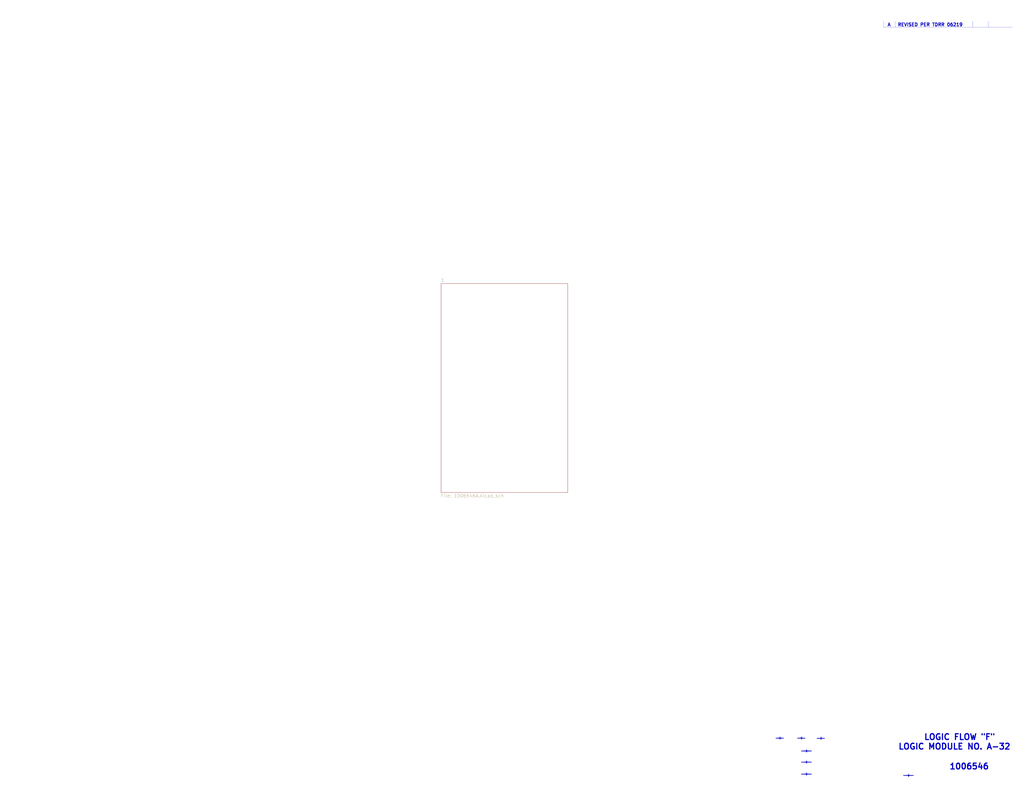
<source format=kicad_sch>
(kicad_sch (version 20211123) (generator eeschema)
  (paper "E")
  (lib_symbols)
  (polyline (pts (xy 964.311 29.718) (xy 1104.9 29.718)) (stroke (width 0) (type solid)))
  (polyline (pts (xy 964.311 23.114) (xy 964.311 29.718)) (stroke (width 0) (type solid)))
  (polyline (pts (xy 977.011 23.114) (xy 977.011 29.718)) (stroke (width 0) (type solid)))
  (polyline (pts (xy 1061.72 23.114) (xy 1061.72 29.718)) (stroke (width 0) (type solid)))
  (polyline (pts (xy 1078.611 23.114) (xy 1078.611 29.718)) (stroke (width 0) (type solid)))
  (text "+" (at 988.949 848.868 0) (effects (font (size 3.556 3.556) (thickness 0.7112) bold) (justify left bottom)))
  (text "___" (at 846.455 806.577 0) (effects (font (size 3.556 3.556) (thickness 0.7112) bold) (justify left bottom)))
  (text "____" (at 874.268 845.82 0) (effects (font (size 3.556 3.556) (thickness 0.7112) bold) (justify left bottom)))
  (text "____" (at 985.647 847.217 0) (effects (font (size 3.556 3.556) (thickness 0.7112) bold) (justify left bottom)))
  (text "+" (at 877.57 847.471 0) (effects (font (size 3.556 3.556) (thickness 0.7112) bold) (justify left bottom)))
  (text "+" (at 848.614 808.228 0) (effects (font (size 3.556 3.556) (thickness 0.7112) bold) (justify left bottom)))
  (text "____" (at 874.268 820.547 0) (effects (font (size 3.556 3.556) (thickness 0.7112) bold) (justify left bottom)))
  (text "1006546" (at 1035.812 840.867 0) (effects (font (size 6.35 6.35) (thickness 1.27) bold) (justify left bottom)))
  (text "LOGIC FLOW \"F\"" (at 1008.126 808.736 0) (effects (font (size 6.35 6.35) (thickness 1.27) bold) (justify left bottom)))
  (text "+" (at 893.445 808.355 0) (effects (font (size 3.556 3.556) (thickness 0.7112) bold) (justify left bottom)))
  (text "+" (at 877.57 834.39 0) (effects (font (size 3.556 3.556) (thickness 0.7112) bold) (justify left bottom)))
  (text "____" (at 874.268 832.739 0) (effects (font (size 3.556 3.556) (thickness 0.7112) bold) (justify left bottom)))
  (text "___" (at 891.286 806.704 0) (effects (font (size 3.556 3.556) (thickness 0.7112) bold) (justify left bottom)))
  (text "+" (at 872.109 808.228 0) (effects (font (size 3.556 3.556) (thickness 0.7112) bold) (justify left bottom)))
  (text "+" (at 877.697 822.198 0) (effects (font (size 3.556 3.556) (thickness 0.7112) bold) (justify left bottom)))
  (text "___" (at 869.95 806.577 0) (effects (font (size 3.556 3.556) (thickness 0.7112) bold) (justify left bottom)))
  (text "LOGIC MODULE NO. A-32" (at 980.059 819.15 0) (effects (font (size 6.35 6.35) (thickness 1.27) bold) (justify left bottom)))
  (text "A   REVISED PER TDRR 06219" (at 968.375 29.21 0) (effects (font (size 3.556 3.556) (thickness 0.7112) bold) (justify left bottom)))
  (sheet (at 481.33 309.88) (size 138.43 227.965)
    (property "Sheet name" "1" (at 481.33 308.0254 0) (effects (font (size 3.556 3.556)) (justify left bottom)))
    (property "Sheet file" "1006546A.kicad_sch" (at 481.33 539.344 0) (effects (font (size 3.556 3.556)) (justify left top)))
  )
)
</source>
